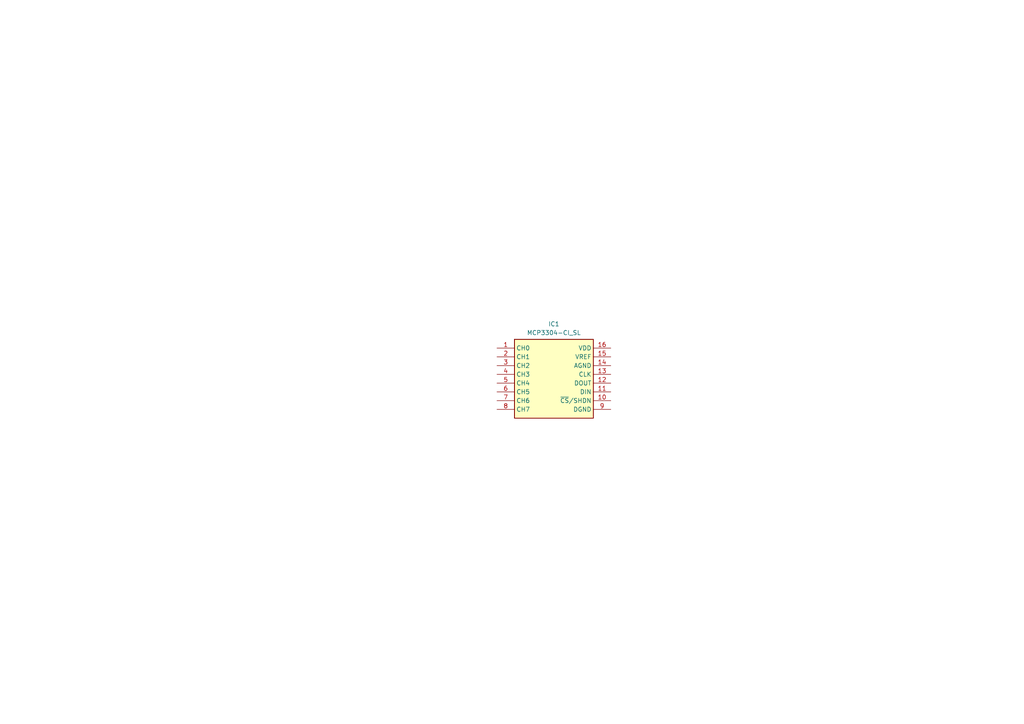
<source format=kicad_sch>
(kicad_sch (version 20231120) (generator "eeschema") (generator_version "8.0")
  (paper "A4")
  (lib_symbols
    (symbol "MCP3304-CI_SL:MCP3304-CI_SL"
      (property "Reference" "IC" (at 29.21 7.62 0))
      (property "Value" "MCP3304-CI_SL" (at 29.21 5.08 0))
      (symbol "MCP3304-CI_SL_1_1"
        (rectangle (start 5.08 2.54) (end 27.94 -20.32) (stroke (width 0.254)) (fill (type background)))
        (pin passive line (at 0 0 0) (length 5.08) (name "CH0") (number "1"))
        (pin passive line (at 33.02 -15.24 180) (length 5.08) (name "~{CS}/SHDN") (number "10"))
        (pin passive line (at 33.02 -12.7 180) (length 5.08) (name "DIN") (number "11"))
        (pin passive line (at 33.02 -10.16 180) (length 5.08) (name "DOUT") (number "12"))
        (pin passive line (at 33.02 -7.62 180) (length 5.08) (name "CLK") (number "13"))
        (pin passive line (at 33.02 -5.08 180) (length 5.08) (name "AGND") (number "14"))
        (pin passive line (at 33.02 -2.54 180) (length 5.08) (name "VREF") (number "15"))
        (pin passive line (at 33.02 0 180) (length 5.08) (name "VDD") (number "16"))
        (pin passive line (at 0 -2.54 0) (length 5.08) (name "CH1") (number "2"))
        (pin passive line (at 0 -5.08 0) (length 5.08) (name "CH2") (number "3"))
        (pin passive line (at 0 -7.62 0) (length 5.08) (name "CH3") (number "4"))
        (pin passive line (at 0 -10.16 0) (length 5.08) (name "CH4") (number "5"))
        (pin passive line (at 0 -12.7 0) (length 5.08) (name "CH5") (number "6"))
        (pin passive line (at 0 -15.24 0) (length 5.08) (name "CH6") (number "7"))
        (pin passive line (at 0 -17.78 0) (length 5.08) (name "CH7") (number "8"))
        (pin passive line (at 33.02 -17.78 180) (length 5.08) (name "DGND") (number "9"))
      )
    )
  )
  (symbol (lib_id "MCP3304-CI_SL:MCP3304-CI_SL") (at 144.145 100.965 0) (unit 1)
    (property "Reference" "IC1" (at 160.655 93.98 0))
    (property "Value" "MCP3304-CI_SL" (at 160.655 96.52 0))
    (property "Footprint" "SOIC127P600X175-16N" (effects (hide yes)))
    (property "Datasheet" "http://ww1.microchip.com/downloads/en/DeviceDoc/21697F.pdf" (effects (hide yes)))
    (property "Description" "13-bit ADC,Diff I/P,4chan,MCP3304-CI/SL" (effects (hide yes)))
    (property "Height" "1.75" (effects (hide yes)))
    (property "Mouser Part Number" "579-MCP3304-CI/SL" (effects (hide yes)))
    (property "Mouser Price/Stock" "https://www.mouser.co.uk/ProductDetail/Microchip-Technology/MCP3304-CI-SL?qs=e4wS3D8CKP50gmfqQ11PGg%3D%3D" (effects (hide yes)))
    (property "Manufacturer_Name" "Microchip" (effects (hide yes)))
    (property "Manufacturer_Part_Number" "MCP3304-CI/SL" (effects (hide yes)))
  )
)
</source>
